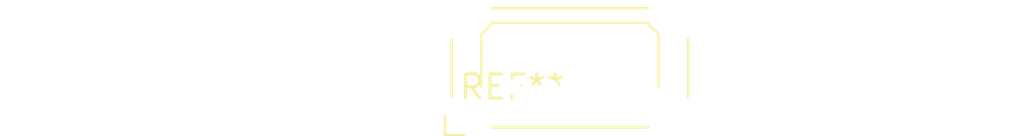
<source format=kicad_pcb>
(kicad_pcb (version 20240108) (generator pcbnew)
  (layers (0 "F.Cu" signal) (31 "B.Cu" signal) (34 "B.Paste" user) (35 "F.Paste" user) (36 "B.SilkS" user "B.Silkscreen") (37 "F.SilkS" user "F.Silkscreen") (38 "B.Mask" user) (39 "F.Mask" user) (44 "Edge.Cuts" user))
  (net 0 "")
  (footprint "Harwin_LTek-Male_2x04_P2.00mm_Vertical_StrainRelief" (layer "F.Cu") (at 0 0)
    (property "Reference" "REF**")
    (property "Value" "Harwin_LTek-Male_2x04_P2.00mm_Vertical_StrainRelief")
    (fp_line (start -3.5 1.5) (end -3.5 2.5) (layer "F.SilkS") (stroke (width 0.12)))
    (fp_line (start -3.5 2.5) (end -2.5 2.5) (layer "F.SilkS") (stroke (width 0.12)))
    (fp_line (start -3.15 -2.5) (end -3.15 0.5) (layer "F.SilkS") (stroke (width 0.12)))
    (fp_line (start -1.6 -2.75) (end -1 -3.35) (layer "F.SilkS") (stroke (width 0.12)))
    (fp_line (start -1.6 0) (end -1.6 -2.75) (layer "F.SilkS") (stroke (width 0.12)))
    (fp_line (start -1.05 -4.1) (end 7.05 -4.1) (layer "F.SilkS") (stroke (width 0.12)))
    (fp_line (start -1.05 2.1) (end 7.05 2.1) (layer "F.SilkS") (stroke (width 0.12)))
    (fp_line (start -1 -3.35) (end 3 -3.35) (layer "F.SilkS") (stroke (width 0.12)))
    (fp_line (start 7 -3.35) (end 3 -3.35) (layer "F.SilkS") (stroke (width 0.12)))
    (fp_line (start 7.6 -2.75) (end 7 -3.35) (layer "F.SilkS") (stroke (width 0.12)))
    (fp_line (start 7.6 0) (end 7.6 -2.75) (layer "F.SilkS") (stroke (width 0.12)))
    (fp_line (start 9.15 -2.5) (end 9.15 0.5) (layer "F.SilkS") (stroke (width 0.12)))
    (pad "" thru_hole circle (at -2.25 -3.375) (size 1.25 1.25) (drill 0.95) (layers *.Cu *.Mask) (remove_unused_layers))
    (pad "" thru_hole circle (at -2.25 1.375) (size 1.25 1.25) (drill 0.95) (layers *.Cu *.Mask) (remove_unused_layers))
    (pad "" thru_hole circle (at 8.25 -3.375) (size 1.25 1.25) (drill 0.95) (layers *.Cu *.Mask) (remove_unused_layers))
    (pad "" thru_hole circle (at 8.25 1.375) (size 1.25 1.25) (drill 0.95) (layers *.Cu *.Mask) (remove_unused_layers))
    (pad "1" thru_hole rect (at 0 0) (size 1.35 1.35) (drill 0.8) (layers *.Cu *.Mask) (remove_unused_layers))
    (pad "2" thru_hole circle (at 0 -2) (size 1.35 1.35) (drill 0.8) (layers *.Cu *.Mask) (remove_unused_layers))
    (pad "3" thru_hole circle (at 2 0) (size 1.35 1.35) (drill 0.8) (layers *.Cu *.Mask) (remove_unused_layers))
    (pad "4" thru_hole circle (at 2 -2) (size 1.35 1.35) (drill 0.8) (layers *.Cu *.Mask) (remove_unused_layers))
    (pad "5" thru_hole circle (at 4 0) (size 1.35 1.35) (drill 0.8) (layers *.Cu *.Mask) (remove_unused_layers))
    (pad "6" thru_hole circle (at 4 -2) (size 1.35 1.35) (drill 0.8) (layers *.Cu *.Mask) (remove_unused_layers))
    (pad "7" thru_hole circle (at 6 0) (size 1.35 1.35) (drill 0.8) (layers *.Cu *.Mask) (remove_unused_layers))
    (pad "8" thru_hole circle (at 6 -2) (size 1.35 1.35) (drill 0.8) (layers *.Cu *.Mask) (remove_unused_layers))
  )
)
</source>
